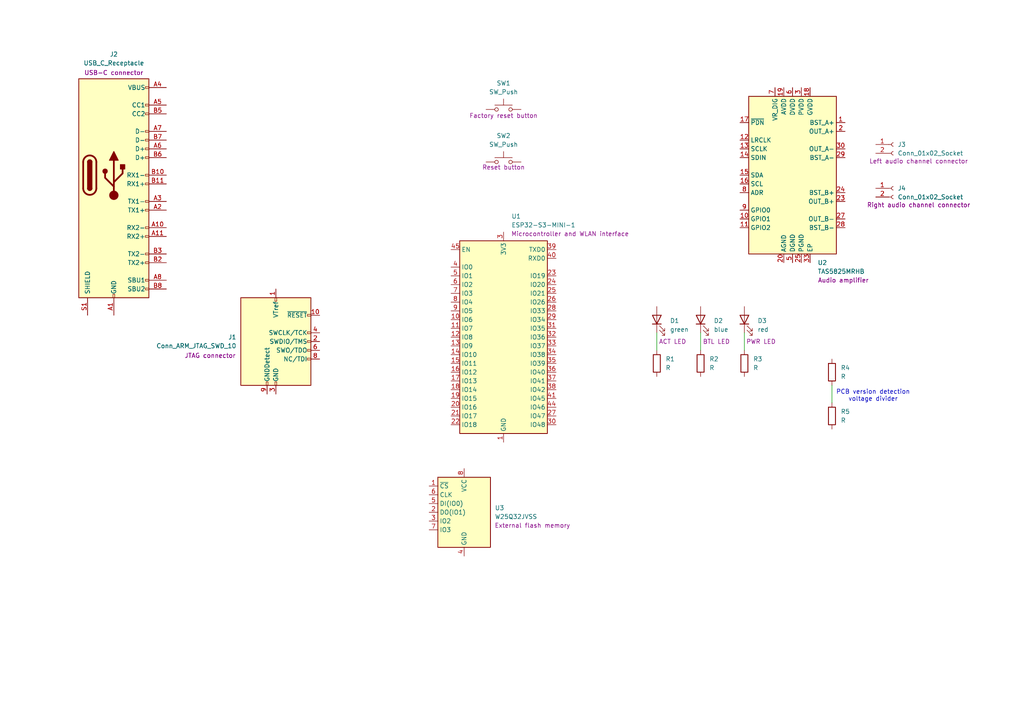
<source format=kicad_sch>
(kicad_sch (version 20231120) (generator "eeschema") (generator_version "8.0")
  (paper "A4")
  (title_block (title "soundbox"))
  (lib_symbols
    (symbol "Amplifier_Audio:TAS5825MRHB"
      (property "Reference" "U" (at -11.43 24.13 0))
      (property "Value" "TAS5825MRHB" (at 13.97 24.13 0))
      (symbol "TAS5825MRHB_0_1"
        (rectangle (start -12.7 22.86) (end 12.7 -22.86) (stroke (width 0.254)) (fill (type background)))
      )
      (symbol "TAS5825MRHB_1_1"
        (pin passive line (at 15.24 15.24 180) (length 2.54) (name "BST_A+") (number "1"))
        (pin bidirectional line (at -15.24 -12.7 0) (length 2.54) (name "GPIO1") (number "10"))
        (pin bidirectional line (at -15.24 -15.24 0) (length 2.54) (name "GPIO2") (number "11"))
        (pin input line (at -15.24 10.16 0) (length 2.54) (name "LRCLK") (number "12"))
        (pin input line (at -15.24 7.62 0) (length 2.54) (name "SCLK") (number "13"))
        (pin input line (at -15.24 5.08 0) (length 2.54) (name "SDIN") (number "14"))
        (pin bidirectional line (at -15.24 0 0) (length 2.54) (name "SDA") (number "15"))
        (pin input line (at -15.24 -2.54 0) (length 2.54) (name "SCL") (number "16"))
        (pin input line (at -15.24 15.24 0) (length 2.54) (name "~{PDN}") (number "17"))
        (pin passive line (at 5.08 25.4 270) (length 2.54) (name "GVDD") (number "18"))
        (pin passive line (at -2.54 25.4 270) (length 2.54) (name "AVDD") (number "19"))
        (pin output line (at 15.24 12.7 180) (length 2.54) (name "OUT_A+") (number "2"))
        (pin power_in line (at -2.54 -25.4 90) (length 2.54) (name "AGND") (number "20"))
        (pin passive line (at 2.54 25.4 270) (length 2.54) hide (name "PVDD") (number "21"))
        (pin passive line (at 2.54 25.4 270) (length 2.54) hide (name "PVDD") (number "22"))
        (pin output line (at 15.24 -7.62 180) (length 2.54) (name "OUT_B+") (number "23"))
        (pin passive line (at 15.24 -5.08 180) (length 2.54) (name "BST_B+") (number "24"))
        (pin power_in line (at 2.54 -25.4 90) (length 2.54) (name "PGND") (number "25"))
        (pin passive line (at 2.54 -25.4 90) (length 2.54) hide (name "PGND") (number "26"))
        (pin output line (at 15.24 -12.7 180) (length 2.54) (name "OUT_B-") (number "27"))
        (pin passive line (at 15.24 -15.24 180) (length 2.54) (name "BST_B-") (number "28"))
        (pin passive line (at 15.24 5.08 180) (length 2.54) (name "BST_A-") (number "29"))
        (pin power_in line (at 2.54 25.4 270) (length 2.54) (name "PVDD") (number "3"))
        (pin output line (at 15.24 7.62 180) (length 2.54) (name "OUT_A-") (number "30"))
        (pin passive line (at 2.54 -25.4 90) (length 2.54) hide (name "PGND") (number "31"))
        (pin passive line (at 2.54 -25.4 90) (length 2.54) hide (name "PGND") (number "32"))
        (pin passive line (at 5.08 -25.4 90) (length 2.54) (name "EP") (number "33"))
        (pin passive line (at 2.54 25.4 270) (length 2.54) hide (name "PVDD") (number "4"))
        (pin power_in line (at 0 -25.4 90) (length 2.54) (name "DGND") (number "5"))
        (pin power_in line (at 0 25.4 270) (length 2.54) (name "DVDD") (number "6"))
        (pin passive line (at -5.08 25.4 270) (length 2.54) (name "VR_DIG") (number "7"))
        (pin passive line (at -15.24 -5.08 0) (length 2.54) (name "ADR") (number "8"))
        (pin bidirectional line (at -15.24 -10.16 0) (length 2.54) (name "GPIO0") (number "9"))
      )
    )
    (symbol "Connector:Conn_01x02_Socket" (pin_names (offset 1.016) hide)
      (property "Reference" "J" (at 0 2.54 0))
      (property "Value" "Conn_01x02_Socket" (at 0 -5.08 0))
      (symbol "Conn_01x02_Socket_1_1"
        (arc (start 0 -2.032) (mid -0.5058 -2.54) (end 0 -3.048) (stroke (width 0.1524)))
        (polyline (pts (xy -1.27 -2.54) (xy -0.508 -2.54)) (stroke (width 0.1524)))
        (polyline (pts (xy -1.27 0) (xy -0.508 0)) (stroke (width 0.1524)))
        (arc (start 0 0.508) (mid -0.5058 0) (end 0 -0.508) (stroke (width 0.1524)))
        (pin passive line (at -5.08 0 0) (length 3.81) (name "Pin_1") (number "1"))
        (pin passive line (at -5.08 -2.54 0) (length 3.81) (name "Pin_2") (number "2"))
      )
    )
    (symbol "Connector:Conn_ARM_JTAG_SWD_10" (pin_names (offset 1.016))
      (property "Reference" "J" (at -2.54 16.51 0))
      (property "Value" "Conn_ARM_JTAG_SWD_10" (at -2.54 13.97 0))
      (symbol "Conn_ARM_JTAG_SWD_10_0_1"
        (rectangle (start -10.16 12.7) (end 10.16 -12.7) (stroke (width 0.254)) (fill (type background)))
        (rectangle (start -2.794 -12.7) (end -2.286 -11.684))
        (rectangle (start -0.254 -12.7) (end 0.254 -11.684))
        (rectangle (start -0.254 12.7) (end 0.254 11.684))
        (rectangle (start 9.144 2.286) (end 10.16 2.794))
        (rectangle (start 10.16 -2.794) (end 9.144 -2.286))
        (rectangle (start 10.16 -0.254) (end 9.144 0.254))
        (rectangle (start 10.16 7.874) (end 9.144 7.366))
      )
      (symbol "Conn_ARM_JTAG_SWD_10_1_1"
        (rectangle (start 9.144 -5.334) (end 10.16 -4.826))
        (pin power_in line (at 0 15.24 270) (length 2.54) (name "VTref") (number "1"))
        (pin open_collector line (at 12.7 7.62 180) (length 2.54) (name "~{RESET}") (number "10"))
        (pin bidirectional line (at 12.7 0 180) (length 2.54) (name "SWDIO/TMS") (number "2"))
        (pin power_in line (at 0 -15.24 90) (length 2.54) (name "GND") (number "3"))
        (pin output line (at 12.7 2.54 180) (length 2.54) (name "SWCLK/TCK") (number "4"))
        (pin passive line (at 0 -15.24 90) (length 2.54) hide (name "GND") (number "5"))
        (pin input line (at 12.7 -2.54 180) (length 2.54) (name "SWO/TDO") (number "6"))
        (pin no_connect line (at -10.16 0 0) (length 2.54) hide (name "KEY") (number "7"))
        (pin output line (at 12.7 -5.08 180) (length 2.54) (name "NC/TDI") (number "8"))
        (pin passive line (at -2.54 -15.24 90) (length 2.54) (name "GNDDetect") (number "9"))
      )
    )
    (symbol "Connector:USB_C_Receptacle" (pin_names (offset 1.016))
      (property "Reference" "J" (at -10.16 29.21 0))
      (property "Value" "USB_C_Receptacle" (at 10.16 29.21 0))
      (symbol "USB_C_Receptacle_0_0"
        (rectangle (start -0.254 -35.56) (end 0.254 -34.544))
        (rectangle (start 10.16 -32.766) (end 9.144 -33.274))
        (rectangle (start 10.16 -30.226) (end 9.144 -30.734))
        (rectangle (start 10.16 -25.146) (end 9.144 -25.654))
        (rectangle (start 10.16 -22.606) (end 9.144 -23.114))
        (rectangle (start 10.16 -17.526) (end 9.144 -18.034))
        (rectangle (start 10.16 -14.986) (end 9.144 -15.494))
        (rectangle (start 10.16 -9.906) (end 9.144 -10.414))
        (rectangle (start 10.16 -7.366) (end 9.144 -7.874))
        (rectangle (start 10.16 -2.286) (end 9.144 -2.794))
        (rectangle (start 10.16 0.254) (end 9.144 -0.254))
        (rectangle (start 10.16 5.334) (end 9.144 4.826))
        (rectangle (start 10.16 7.874) (end 9.144 7.366))
        (rectangle (start 10.16 10.414) (end 9.144 9.906))
        (rectangle (start 10.16 12.954) (end 9.144 12.446))
        (rectangle (start 10.16 18.034) (end 9.144 17.526))
        (rectangle (start 10.16 20.574) (end 9.144 20.066))
        (rectangle (start 10.16 25.654) (end 9.144 25.146))
      )
      (symbol "USB_C_Receptacle_0_1"
        (rectangle (start -10.16 27.94) (end 10.16 -35.56) (stroke (width 0.254)) (fill (type background)))
        (arc (start -8.89 -3.81) (mid -6.985 -5.7067) (end -5.08 -3.81) (stroke (width 0.508)))
        (arc (start -7.62 -3.81) (mid -6.985 -4.4423) (end -6.35 -3.81) (stroke (width 0.254)))
        (arc (start -7.62 -3.81) (mid -6.985 -4.4423) (end -6.35 -3.81) (stroke (width 0.254)) (fill (type outline)))
        (rectangle (start -7.62 -3.81) (end -6.35 3.81) (stroke (width 0.254)) (fill (type outline)))
        (arc (start -6.35 3.81) (mid -6.985 4.4423) (end -7.62 3.81) (stroke (width 0.254)))
        (arc (start -6.35 3.81) (mid -6.985 4.4423) (end -7.62 3.81) (stroke (width 0.254)) (fill (type outline)))
        (arc (start -5.08 3.81) (mid -6.985 5.7067) (end -8.89 3.81) (stroke (width 0.508)))
        (polyline (pts (xy -8.89 -3.81) (xy -8.89 3.81)) (stroke (width 0.508)))
        (polyline (pts (xy -5.08 3.81) (xy -5.08 -3.81)) (stroke (width 0.508)))
      )
      (symbol "USB_C_Receptacle_1_1"
        (circle (center -2.54 1.143) (radius 0.635) (stroke (width 0.254)) (fill (type outline)))
        (circle (center 0 -5.842) (radius 1.27) (fill (type outline)))
        (polyline (pts (xy 0 -5.842) (xy 0 4.318)) (stroke (width 0.508)))
        (polyline (pts (xy 0 -3.302) (xy -2.54 -0.762) (xy -2.54 0.508)) (stroke (width 0.508)))
        (polyline (pts (xy 0 -2.032) (xy 2.54 0.508) (xy 2.54 1.778)) (stroke (width 0.508)))
        (polyline (pts (xy -1.27 4.318) (xy 0 6.858) (xy 1.27 4.318) (xy -1.27 4.318)) (stroke (width 0.254)) (fill (type outline)))
        (rectangle (start 1.905 1.778) (end 3.175 3.048) (stroke (width 0.254)) (fill (type outline)))
        (pin passive line (at 0 -40.64 90) (length 5.08) (name "GND") (number "A1"))
        (pin bidirectional line (at 15.24 -15.24 180) (length 5.08) (name "RX2-") (number "A10"))
        (pin bidirectional line (at 15.24 -17.78 180) (length 5.08) (name "RX2+") (number "A11"))
        (pin passive line (at 0 -40.64 90) (length 5.08) hide (name "GND") (number "A12"))
        (pin bidirectional line (at 15.24 -10.16 180) (length 5.08) (name "TX1+") (number "A2"))
        (pin bidirectional line (at 15.24 -7.62 180) (length 5.08) (name "TX1-") (number "A3"))
        (pin passive line (at 15.24 25.4 180) (length 5.08) (name "VBUS") (number "A4"))
        (pin bidirectional line (at 15.24 20.32 180) (length 5.08) (name "CC1") (number "A5"))
        (pin bidirectional line (at 15.24 7.62 180) (length 5.08) (name "D+") (number "A6"))
        (pin bidirectional line (at 15.24 12.7 180) (length 5.08) (name "D-") (number "A7"))
        (pin bidirectional line (at 15.24 -30.48 180) (length 5.08) (name "SBU1") (number "A8"))
        (pin passive line (at 15.24 25.4 180) (length 5.08) hide (name "VBUS") (number "A9"))
        (pin passive line (at 0 -40.64 90) (length 5.08) hide (name "GND") (number "B1"))
        (pin bidirectional line (at 15.24 0 180) (length 5.08) (name "RX1-") (number "B10"))
        (pin bidirectional line (at 15.24 -2.54 180) (length 5.08) (name "RX1+") (number "B11"))
        (pin passive line (at 0 -40.64 90) (length 5.08) hide (name "GND") (number "B12"))
        (pin bidirectional line (at 15.24 -25.4 180) (length 5.08) (name "TX2+") (number "B2"))
        (pin bidirectional line (at 15.24 -22.86 180) (length 5.08) (name "TX2-") (number "B3"))
        (pin passive line (at 15.24 25.4 180) (length 5.08) hide (name "VBUS") (number "B4"))
        (pin bidirectional line (at 15.24 17.78 180) (length 5.08) (name "CC2") (number "B5"))
        (pin bidirectional line (at 15.24 5.08 180) (length 5.08) (name "D+") (number "B6"))
        (pin bidirectional line (at 15.24 10.16 180) (length 5.08) (name "D-") (number "B7"))
        (pin bidirectional line (at 15.24 -33.02 180) (length 5.08) (name "SBU2") (number "B8"))
        (pin passive line (at 15.24 25.4 180) (length 5.08) hide (name "VBUS") (number "B9"))
        (pin passive line (at -7.62 -40.64 90) (length 5.08) (name "SHIELD") (number "S1"))
      )
    )
    (symbol "Device:LED" (pin_numbers hide) (pin_names (offset 1.016) hide)
      (property "Reference" "D" (at 0 2.54 0))
      (property "Value" "LED" (at 0 -2.54 0))
      (symbol "LED_0_1"
        (polyline (pts (xy -1.27 -1.27) (xy -1.27 1.27)) (stroke (width 0.254)))
        (polyline (pts (xy -1.27 0) (xy 1.27 0)))
        (polyline (pts (xy 1.27 -1.27) (xy 1.27 1.27) (xy -1.27 0) (xy 1.27 -1.27)) (stroke (width 0.254)))
        (polyline (pts (xy -3.048 -0.762) (xy -4.572 -2.286) (xy -3.81 -2.286) (xy -4.572 -2.286) (xy -4.572 -1.524)))
        (polyline (pts (xy -1.778 -0.762) (xy -3.302 -2.286) (xy -2.54 -2.286) (xy -3.302 -2.286) (xy -3.302 -1.524)))
      )
      (symbol "LED_1_1"
        (pin passive line (at -3.81 0 0) (length 2.54) (name "K") (number "1"))
        (pin passive line (at 3.81 0 180) (length 2.54) (name "A") (number "2"))
      )
    )
    (symbol "Device:R" (pin_numbers hide) (pin_names (offset 0))
      (property "Reference" "R" (at 2.032 0 90))
      (property "Value" "R" (at 0 0 90))
      (symbol "R_0_1"
        (rectangle (start -1.016 -2.54) (end 1.016 2.54) (stroke (width 0.254)))
      )
      (symbol "R_1_1"
        (pin passive line (at 0 3.81 270) (length 1.27) (name "~") (number "1"))
        (pin passive line (at 0 -3.81 90) (length 1.27) (name "~") (number "2"))
      )
    )
    (symbol "Memory_Flash:W25Q32JVSS"
      (property "Reference" "U" (at -6.35 11.43 0))
      (property "Value" "W25Q32JVSS" (at 7.62 11.43 0))
      (symbol "W25Q32JVSS_0_1"
        (rectangle (start -7.62 10.16) (end 7.62 -10.16) (stroke (width 0.254)) (fill (type background)))
      )
      (symbol "W25Q32JVSS_1_1"
        (pin input line (at -10.16 7.62 0) (length 2.54) (name "~{CS}") (number "1"))
        (pin bidirectional line (at -10.16 0 0) (length 2.54) (name "DO(IO1)") (number "2"))
        (pin bidirectional line (at -10.16 -2.54 0) (length 2.54) (name "IO2") (number "3"))
        (pin power_in line (at 0 -12.7 90) (length 2.54) (name "GND") (number "4"))
        (pin bidirectional line (at -10.16 2.54 0) (length 2.54) (name "DI(IO0)") (number "5"))
        (pin input line (at -10.16 5.08 0) (length 2.54) (name "CLK") (number "6"))
        (pin bidirectional line (at -10.16 -5.08 0) (length 2.54) (name "IO3") (number "7"))
        (pin power_in line (at 0 12.7 270) (length 2.54) (name "VCC") (number "8"))
      )
    )
    (symbol "RF_Module:ESP32-S3-MINI-1"
      (property "Reference" "U" (at -11.43 29.21 0))
      (property "Value" "ESP32-S3-MINI-1" (at 12.7 29.21 0))
      (symbol "ESP32-S3-MINI-1_0_1"
        (rectangle (start -12.7 27.94) (end 12.7 -27.94) (stroke (width 0.254)) (fill (type background)))
      )
      (symbol "ESP32-S3-MINI-1_1_1"
        (pin power_in line (at 0 -30.48 90) (length 2.54) (name "GND") (number "1"))
        (pin bidirectional line (at -15.24 5.08 0) (length 2.54) (name "IO6") (number "10"))
        (pin bidirectional line (at -15.24 2.54 0) (length 2.54) (name "IO7") (number "11"))
        (pin bidirectional line (at -15.24 0 0) (length 2.54) (name "IO8") (number "12"))
        (pin bidirectional line (at -15.24 -2.54 0) (length 2.54) (name "IO9") (number "13"))
        (pin bidirectional line (at -15.24 -5.08 0) (length 2.54) (name "IO10") (number "14"))
        (pin bidirectional line (at -15.24 -7.62 0) (length 2.54) (name "IO11") (number "15"))
        (pin bidirectional line (at -15.24 -10.16 0) (length 2.54) (name "IO12") (number "16"))
        (pin bidirectional line (at -15.24 -12.7 0) (length 2.54) (name "IO13") (number "17"))
        (pin bidirectional line (at -15.24 -15.24 0) (length 2.54) (name "IO14") (number "18"))
        (pin bidirectional line (at -15.24 -17.78 0) (length 2.54) (name "IO15") (number "19"))
        (pin passive line (at 0 -30.48 90) (length 2.54) hide (name "GND") (number "2"))
        (pin bidirectional line (at -15.24 -20.32 0) (length 2.54) (name "IO16") (number "20"))
        (pin bidirectional line (at -15.24 -22.86 0) (length 2.54) (name "IO17") (number "21"))
        (pin bidirectional line (at -15.24 -25.4 0) (length 2.54) (name "IO18") (number "22"))
        (pin bidirectional line (at 15.24 17.78 180) (length 2.54) (name "IO19") (number "23"))
        (pin bidirectional line (at 15.24 15.24 180) (length 2.54) (name "IO20") (number "24"))
        (pin bidirectional line (at 15.24 12.7 180) (length 2.54) (name "IO21") (number "25"))
        (pin bidirectional line (at 15.24 10.16 180) (length 2.54) (name "IO26") (number "26"))
        (pin bidirectional line (at 15.24 -22.86 180) (length 2.54) (name "IO47") (number "27"))
        (pin bidirectional line (at 15.24 7.62 180) (length 2.54) (name "IO33") (number "28"))
        (pin bidirectional line (at 15.24 5.08 180) (length 2.54) (name "IO34") (number "29"))
        (pin power_in line (at 0 30.48 270) (length 2.54) (name "3V3") (number "3"))
        (pin bidirectional line (at 15.24 -25.4 180) (length 2.54) (name "IO48") (number "30"))
        (pin bidirectional line (at 15.24 2.54 180) (length 2.54) (name "IO35") (number "31"))
        (pin bidirectional line (at 15.24 0 180) (length 2.54) (name "IO36") (number "32"))
        (pin bidirectional line (at 15.24 -2.54 180) (length 2.54) (name "IO37") (number "33"))
        (pin bidirectional line (at 15.24 -5.08 180) (length 2.54) (name "IO38") (number "34"))
        (pin bidirectional line (at 15.24 -7.62 180) (length 2.54) (name "IO39") (number "35"))
        (pin bidirectional line (at 15.24 -10.16 180) (length 2.54) (name "IO40") (number "36"))
        (pin bidirectional line (at 15.24 -12.7 180) (length 2.54) (name "IO41") (number "37"))
        (pin bidirectional line (at 15.24 -15.24 180) (length 2.54) (name "IO42") (number "38"))
        (pin bidirectional line (at 15.24 25.4 180) (length 2.54) (name "TXD0") (number "39"))
        (pin bidirectional line (at -15.24 20.32 0) (length 2.54) (name "IO0") (number "4"))
        (pin bidirectional line (at 15.24 22.86 180) (length 2.54) (name "RXD0") (number "40"))
        (pin bidirectional line (at 15.24 -17.78 180) (length 2.54) (name "IO45") (number "41"))
        (pin passive line (at 0 -30.48 90) (length 2.54) hide (name "GND") (number "42"))
        (pin passive line (at 0 -30.48 90) (length 2.54) hide (name "GND") (number "43"))
        (pin bidirectional line (at 15.24 -20.32 180) (length 2.54) (name "IO46") (number "44"))
        (pin input line (at -15.24 25.4 0) (length 2.54) (name "EN") (number "45"))
        (pin passive line (at 0 -30.48 90) (length 2.54) hide (name "GND") (number "46"))
        (pin passive line (at 0 -30.48 90) (length 2.54) hide (name "GND") (number "47"))
        (pin passive line (at 0 -30.48 90) (length 2.54) hide (name "GND") (number "48"))
        (pin passive line (at 0 -30.48 90) (length 2.54) hide (name "GND") (number "49"))
        (pin bidirectional line (at -15.24 17.78 0) (length 2.54) (name "IO1") (number "5"))
        (pin passive line (at 0 -30.48 90) (length 2.54) hide (name "GND") (number "50"))
        (pin passive line (at 0 -30.48 90) (length 2.54) hide (name "GND") (number "51"))
        (pin passive line (at 0 -30.48 90) (length 2.54) hide (name "GND") (number "52"))
        (pin passive line (at 0 -30.48 90) (length 2.54) hide (name "GND") (number "53"))
        (pin passive line (at 0 -30.48 90) (length 2.54) hide (name "GND") (number "54"))
        (pin passive line (at 0 -30.48 90) (length 2.54) hide (name "GND") (number "55"))
        (pin passive line (at 0 -30.48 90) (length 2.54) hide (name "GND") (number "56"))
        (pin passive line (at 0 -30.48 90) (length 2.54) hide (name "GND") (number "57"))
        (pin passive line (at 0 -30.48 90) (length 2.54) hide (name "GND") (number "58"))
        (pin passive line (at 0 -30.48 90) (length 2.54) hide (name "GND") (number "59"))
        (pin bidirectional line (at -15.24 15.24 0) (length 2.54) (name "IO2") (number "6"))
        (pin passive line (at 0 -30.48 90) (length 2.54) hide (name "GND") (number "60"))
        (pin passive line (at 0 -30.48 90) (length 2.54) hide (name "GND") (number "61"))
        (pin passive line (at 0 -30.48 90) (length 2.54) hide (name "GND") (number "62"))
        (pin passive line (at 0 -30.48 90) (length 2.54) hide (name "GND") (number "63"))
        (pin passive line (at 0 -30.48 90) (length 2.54) hide (name "GND") (number "64"))
        (pin passive line (at 0 -30.48 90) (length 2.54) hide (name "GND") (number "65"))
        (pin bidirectional line (at -15.24 12.7 0) (length 2.54) (name "IO3") (number "7"))
        (pin bidirectional line (at -15.24 10.16 0) (length 2.54) (name "IO4") (number "8"))
        (pin bidirectional line (at -15.24 7.62 0) (length 2.54) (name "IO5") (number "9"))
      )
    )
    (symbol "Switch:SW_Push" (pin_numbers hide) (pin_names (offset 1.016) hide)
      (property "Reference" "SW" (at 1.27 2.54 0))
      (property "Value" "SW_Push" (at 0 -1.524 0))
      (symbol "SW_Push_0_1"
        (circle (center -2.032 0) (radius 0.508))
        (polyline (pts (xy 0 1.27) (xy 0 3.048)))
        (polyline (pts (xy 2.54 1.27) (xy -2.54 1.27)))
        (circle (center 2.032 0) (radius 0.508))
        (pin passive line (at -5.08 0 0) (length 2.54) (name "1") (number "1"))
        (pin passive line (at 5.08 0 180) (length 2.54) (name "2") (number "2"))
      )
    )
  )
  (wire (pts (xy 190.5 96.52) (xy 190.5 101.6)))
  (wire (pts (xy 241.3 111.76) (xy 241.3 116.84)))
  (wire (pts (xy 203.2 96.52) (xy 203.2 101.6)))
  (wire (pts (xy 215.9 96.52) (xy 215.9 101.6)))
  (text "PCB version detection\nvoltage divider" (at 253.238 114.808 0) (effects (font (size 1.27 1.27))))
  (symbol (lib_id "RF_Module:ESP32-S3-MINI-1") (at 146.05 97.79 0) (unit 1)
    (property "Reference" "U1" (at 148.336 62.738 0) (effects (justify left)))
    (property "Value" "ESP32-S3-MINI-1" (at 148.336 65.278 0) (effects (justify left)))
    (property "Footprint" "RF_Module:ESP32-S2-MINI-1" (effects (hide yes)))
    (property "Datasheet" "https://www.espressif.com/sites/default/files/documentation/esp32-s3-mini-1_mini-1u_datasheet_en.pdf" (effects (hide yes)))
    (property "Description" "Microcontroller and WLAN interface" (at 165.354 67.818 0))
  )
  (symbol (lib_id "Memory_Flash:W25Q32JVSS") (at 134.62 148.59 0) (unit 1)
    (property "Reference" "U3" (at 143.51 147.3199 0) (effects (justify left)))
    (property "Value" "W25Q32JVSS" (at 143.51 149.8599 0) (effects (justify left)))
    (property "Footprint" "Package_SO:SOIC-8_5.23x5.23mm_P1.27mm" (effects (hide yes)))
    (property "Datasheet" "http://www.winbond.com/resource-files/w25q32jv%20revg%2003272018%20plus.pdf" (effects (hide yes)))
    (property "Description" "External flash memory" (at 154.432 152.4 0))
  )
  (symbol (lib_id "Connector:Conn_ARM_JTAG_SWD_10") (at 80.01 99.06 0) (unit 1)
    (property "Reference" "J1" (at 68.58 97.7899 0) (effects (justify right)))
    (property "Value" "Conn_ARM_JTAG_SWD_10" (at 68.58 100.3299 0) (effects (justify right)))
    (property "Datasheet" "http://infocenter.arm.com/help/topic/com.arm.doc.ddi0314h/DDI0314H_coresight_components_trm.pdf" (effects (hide yes)))
    (property "Description" "JTAG connector" (at 60.96 103.124 0))
  )
  (symbol (lib_id "Switch:SW_Push") (at 146.05 46.99 0) (unit 1)
    (property "Reference" "SW2" (at 146.05 39.37 0))
    (property "Value" "SW_Push" (at 146.05 41.91 0))
    (property "Description" "Reset button" (at 146.05 48.514 0))
  )
  (symbol (lib_id "Connector:Conn_01x02_Socket") (at 259.08 54.61 0) (unit 1)
    (property "Reference" "J4" (at 260.35 54.6099 0) (effects (justify left)))
    (property "Value" "Conn_01x02_Socket" (at 260.35 57.1499 0) (effects (justify left)))
    (property "Description" "Right audio channel connector" (at 266.446 59.436 0))
  )
  (symbol (lib_id "Connector:Conn_01x02_Socket") (at 259.08 41.91 0) (unit 1)
    (property "Reference" "J3" (at 260.35 41.9099 0) (effects (justify left)))
    (property "Value" "Conn_01x02_Socket" (at 260.35 44.4499 0) (effects (justify left)))
    (property "Description" "Left audio channel connector" (at 266.446 46.736 0))
  )
  (symbol (lib_id "Device:R") (at 215.9 105.41 0) (unit 1)
    (property "Reference" "R3" (at 218.44 104.1399 0) (effects (justify left)))
    (property "Value" "R" (at 218.44 106.6799 0) (effects (justify left)))
    (property "Description" "Resistor" (effects (hide yes)))
  )
  (symbol (lib_id "Connector:USB_C_Receptacle") (at 33.02 50.8 0) (unit 1)
    (property "Reference" "J2" (at 33.02 15.748 0))
    (property "Value" "USB_C_Receptacle" (at 33.02 18.288 0))
    (property "Datasheet" "https://www.usb.org/sites/default/files/documents/usb_type-c.zip" (effects (hide yes)))
    (property "Description" "USB-C connector" (at 33.02 21.082 0))
  )
  (symbol (lib_id "Switch:SW_Push") (at 146.05 31.75 0) (unit 1)
    (property "Reference" "SW1" (at 146.05 24.13 0))
    (property "Value" "SW_Push" (at 146.05 26.67 0))
    (property "Description" "Factory reset button" (at 146.05 33.528 0))
  )
  (symbol (lib_id "Device:R") (at 203.2 105.41 0) (unit 1)
    (property "Reference" "R2" (at 205.74 104.1399 0) (effects (justify left)))
    (property "Value" "R" (at 205.74 106.6799 0) (effects (justify left)))
    (property "Description" "Resistor" (effects (hide yes)))
  )
  (symbol (lib_id "Amplifier_Audio:TAS5825MRHB") (at 229.87 50.8 0) (unit 1)
    (property "Reference" "U2" (at 237.1441 76.2 0) (effects (justify left)))
    (property "Value" "TAS5825MRHB" (at 237.1441 78.74 0) (effects (justify left)))
    (property "Footprint" "Package_DFN_QFN:VQFN-32-1EP_5x5mm_P0.5mm_EP3.1x3.1mm" (effects (hide yes)))
    (property "Datasheet" "www.ti.com/lit/ds/symlink/tas5825m.pdf" (effects (hide yes)))
    (property "Description" "Audio amplifier" (at 244.602 81.28 0))
  )
  (symbol (lib_id "Device:R") (at 241.3 120.65 0) (unit 1)
    (property "Reference" "R5" (at 243.84 119.3799 0) (effects (justify left)))
    (property "Value" "R" (at 243.84 121.9199 0) (effects (justify left)))
    (property "Description" "Resistor" (effects (hide yes)))
  )
  (symbol (lib_id "Device:LED") (at 190.5 92.71 90) (unit 1)
    (property "Reference" "D1" (at 194.31 93.0274 90) (effects (justify right)))
    (property "Value" "green" (at 194.31 95.5674 90) (effects (justify right)))
    (property "Description" "ACT LED" (at 195.072 99.06 90))
  )
  (symbol (lib_id "Device:R") (at 241.3 107.95 0) (unit 1)
    (property "Reference" "R4" (at 243.84 106.6799 0) (effects (justify left)))
    (property "Value" "R" (at 243.84 109.2199 0) (effects (justify left)))
    (property "Description" "Resistor" (effects (hide yes)))
  )
  (symbol (lib_id "Device:R") (at 190.5 105.41 0) (unit 1)
    (property "Reference" "R1" (at 193.04 104.1399 0) (effects (justify left)))
    (property "Value" "R" (at 193.04 106.6799 0) (effects (justify left)))
    (property "Description" "Resistor" (effects (hide yes)))
  )
  (symbol (lib_id "Device:LED") (at 215.9 92.71 90) (unit 1)
    (property "Reference" "D3" (at 219.71 93.0274 90) (effects (justify right)))
    (property "Value" "red" (at 219.71 95.5674 90) (effects (justify right)))
    (property "Description" "PWR LED" (at 220.726 99.06 90))
  )
  (symbol (lib_id "Device:LED") (at 203.2 92.71 90) (unit 1)
    (property "Reference" "D2" (at 207.01 93.0274 90) (effects (justify right)))
    (property "Value" "blue" (at 207.01 95.5674 90) (effects (justify right)))
    (property "Description" "BTL LED" (at 207.772 99.06 90))
  )
)
</source>
